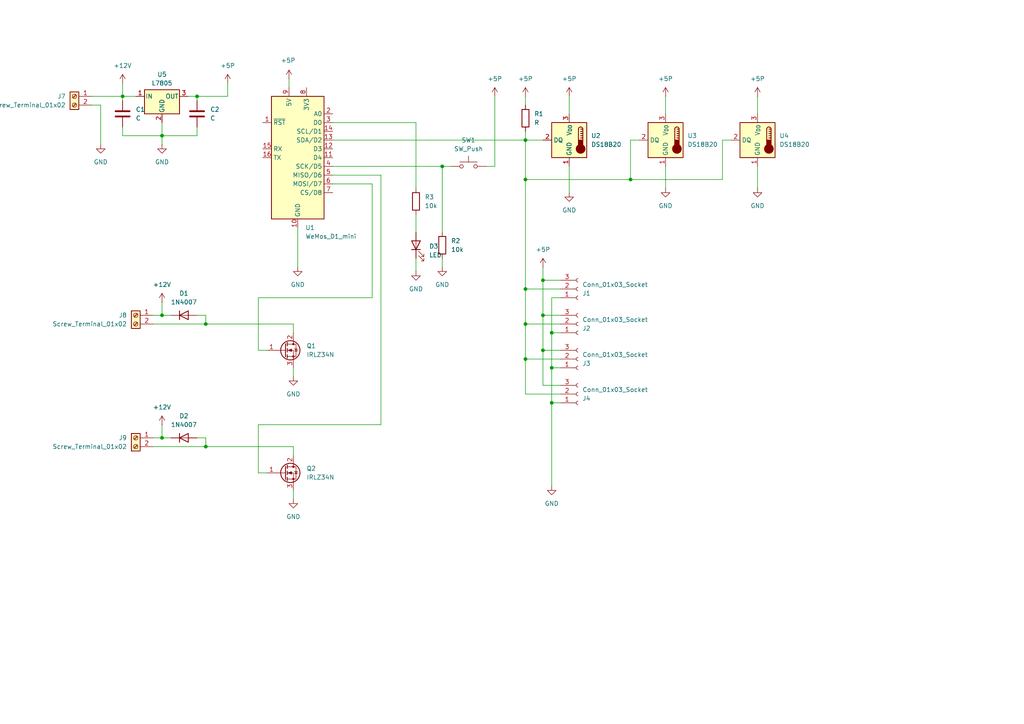
<source format=kicad_sch>
(kicad_sch (version 20231120) (generator "eeschema") (generator_version "8.0")
  (paper "A4")
  (lib_symbols
    (symbol "Connector:Conn_01x03_Socket" (pin_names (offset 1.016) hide)
      (property "Reference" "J" (at 0 5.08 0))
      (property "Value" "Conn_01x03_Socket" (at 0 -5.08 0))
      (symbol "Conn_01x03_Socket_1_1"
        (arc (start 0 -2.032) (mid -0.5058 -2.54) (end 0 -3.048) (stroke (width 0.1524)))
        (polyline (pts (xy -1.27 -2.54) (xy -0.508 -2.54)) (stroke (width 0.1524)))
        (polyline (pts (xy -1.27 0) (xy -0.508 0)) (stroke (width 0.1524)))
        (polyline (pts (xy -1.27 2.54) (xy -0.508 2.54)) (stroke (width 0.1524)))
        (arc (start 0 0.508) (mid -0.5058 0) (end 0 -0.508) (stroke (width 0.1524)))
        (arc (start 0 3.048) (mid -0.5058 2.54) (end 0 2.032) (stroke (width 0.1524)))
        (pin passive line (at -5.08 2.54 0) (length 3.81) (name "Pin_1") (number "1"))
        (pin passive line (at -5.08 0 0) (length 3.81) (name "Pin_2") (number "2"))
        (pin passive line (at -5.08 -2.54 0) (length 3.81) (name "Pin_3") (number "3"))
      )
    )
    (symbol "Connector:Screw_Terminal_01x02" (pin_names (offset 1.016) hide)
      (property "Reference" "J" (at 0 2.54 0))
      (property "Value" "Screw_Terminal_01x02" (at 0 -5.08 0))
      (symbol "Screw_Terminal_01x02_1_1"
        (rectangle (start -1.27 1.27) (end 1.27 -3.81) (stroke (width 0.254)) (fill (type background)))
        (circle (center 0 -2.54) (radius 0.635) (stroke (width 0.1524)))
        (polyline (pts (xy -0.5334 -2.2098) (xy 0.3302 -3.048)) (stroke (width 0.1524)))
        (polyline (pts (xy -0.5334 0.3302) (xy 0.3302 -0.508)) (stroke (width 0.1524)))
        (polyline (pts (xy -0.3556 -2.032) (xy 0.508 -2.8702)) (stroke (width 0.1524)))
        (polyline (pts (xy -0.3556 0.508) (xy 0.508 -0.3302)) (stroke (width 0.1524)))
        (circle (center 0 0) (radius 0.635) (stroke (width 0.1524)))
        (pin passive line (at -5.08 0 0) (length 3.81) (name "Pin_1") (number "1"))
        (pin passive line (at -5.08 -2.54 0) (length 3.81) (name "Pin_2") (number "2"))
      )
    )
    (symbol "Device:C" (pin_numbers hide) (pin_names (offset 0.254))
      (property "Reference" "C" (at 0.635 2.54 0))
      (property "Value" "C" (at 0.635 -2.54 0))
      (symbol "C_0_1"
        (polyline (pts (xy -2.032 -0.762) (xy 2.032 -0.762)) (stroke (width 0.508)))
        (polyline (pts (xy -2.032 0.762) (xy 2.032 0.762)) (stroke (width 0.508)))
      )
      (symbol "C_1_1"
        (pin passive line (at 0 3.81 270) (length 2.794) (name "~") (number "1"))
        (pin passive line (at 0 -3.81 90) (length 2.794) (name "~") (number "2"))
      )
    )
    (symbol "Device:LED" (pin_numbers hide) (pin_names (offset 1.016) hide)
      (property "Reference" "D" (at 0 2.54 0))
      (property "Value" "LED" (at 0 -2.54 0))
      (symbol "LED_0_1"
        (polyline (pts (xy -1.27 -1.27) (xy -1.27 1.27)) (stroke (width 0.254)))
        (polyline (pts (xy -1.27 0) (xy 1.27 0)))
        (polyline (pts (xy 1.27 -1.27) (xy 1.27 1.27) (xy -1.27 0) (xy 1.27 -1.27)) (stroke (width 0.254)))
        (polyline (pts (xy -3.048 -0.762) (xy -4.572 -2.286) (xy -3.81 -2.286) (xy -4.572 -2.286) (xy -4.572 -1.524)))
        (polyline (pts (xy -1.778 -0.762) (xy -3.302 -2.286) (xy -2.54 -2.286) (xy -3.302 -2.286) (xy -3.302 -1.524)))
      )
      (symbol "LED_1_1"
        (pin passive line (at -3.81 0 0) (length 2.54) (name "K") (number "1"))
        (pin passive line (at 3.81 0 180) (length 2.54) (name "A") (number "2"))
      )
    )
    (symbol "Device:R" (pin_numbers hide) (pin_names (offset 0))
      (property "Reference" "R" (at 2.032 0 90))
      (property "Value" "R" (at 0 0 90))
      (symbol "R_0_1"
        (rectangle (start -1.016 -2.54) (end 1.016 2.54) (stroke (width 0.254)))
      )
      (symbol "R_1_1"
        (pin passive line (at 0 3.81 270) (length 1.27) (name "~") (number "1"))
        (pin passive line (at 0 -3.81 90) (length 1.27) (name "~") (number "2"))
      )
    )
    (symbol "Diode:1N4007" (pin_numbers hide) (pin_names hide)
      (property "Reference" "D" (at 0 2.54 0))
      (property "Value" "1N4007" (at 0 -2.54 0))
      (symbol "1N4007_0_1"
        (polyline (pts (xy -1.27 1.27) (xy -1.27 -1.27)) (stroke (width 0.254)))
        (polyline (pts (xy 1.27 0) (xy -1.27 0)))
        (polyline (pts (xy 1.27 1.27) (xy 1.27 -1.27) (xy -1.27 0) (xy 1.27 1.27)) (stroke (width 0.254)))
      )
      (symbol "1N4007_1_1"
        (pin passive line (at -3.81 0 0) (length 2.54) (name "K") (number "1"))
        (pin passive line (at 3.81 0 180) (length 2.54) (name "A") (number "2"))
      )
    )
    (symbol "MCU_Module:WeMos_D1_mini"
      (property "Reference" "U" (at 3.81 19.05 0))
      (property "Value" "WeMos_D1_mini" (at 1.27 -19.05 0))
      (symbol "WeMos_D1_mini_1_1"
        (rectangle (start -7.62 17.78) (end 7.62 -17.78) (stroke (width 0.254)) (fill (type background)))
        (pin input line (at -10.16 10.16 0) (length 2.54) (name "~{RST}") (number "1"))
        (pin power_in line (at 0 -20.32 90) (length 2.54) (name "GND") (number "10"))
        (pin bidirectional line (at 10.16 0 180) (length 2.54) (name "D4") (number "11"))
        (pin bidirectional line (at 10.16 2.54 180) (length 2.54) (name "D3") (number "12"))
        (pin bidirectional line (at 10.16 5.08 180) (length 2.54) (name "SDA/D2") (number "13"))
        (pin bidirectional line (at 10.16 7.62 180) (length 2.54) (name "SCL/D1") (number "14"))
        (pin input line (at -10.16 2.54 0) (length 2.54) (name "RX") (number "15"))
        (pin output line (at -10.16 0 0) (length 2.54) (name "TX") (number "16"))
        (pin input line (at 10.16 12.7 180) (length 2.54) (name "A0") (number "2"))
        (pin bidirectional line (at 10.16 10.16 180) (length 2.54) (name "D0") (number "3"))
        (pin bidirectional line (at 10.16 -2.54 180) (length 2.54) (name "SCK/D5") (number "4"))
        (pin bidirectional line (at 10.16 -5.08 180) (length 2.54) (name "MISO/D6") (number "5"))
        (pin bidirectional line (at 10.16 -7.62 180) (length 2.54) (name "MOSI/D7") (number "6"))
        (pin bidirectional line (at 10.16 -10.16 180) (length 2.54) (name "CS/D8") (number "7"))
        (pin power_out line (at 2.54 20.32 270) (length 2.54) (name "3V3") (number "8"))
        (pin power_in line (at -2.54 20.32 270) (length 2.54) (name "5V") (number "9"))
      )
    )
    (symbol "Regulator_Linear:L7805" (pin_names (offset 0.254))
      (property "Reference" "U" (at -3.81 3.175 0))
      (property "Value" "L7805" (at 0 3.175 0))
      (symbol "L7805_0_1"
        (rectangle (start -5.08 1.905) (end 5.08 -5.08) (stroke (width 0.254)) (fill (type background)))
      )
      (symbol "L7805_1_1"
        (pin power_in line (at -7.62 0 0) (length 2.54) (name "IN") (number "1"))
        (pin power_in line (at 0 -7.62 90) (length 2.54) (name "GND") (number "2"))
        (pin power_out line (at 7.62 0 180) (length 2.54) (name "OUT") (number "3"))
      )
    )
    (symbol "Sensor_Temperature:DS18B20"
      (property "Reference" "U" (at -3.81 6.35 0))
      (property "Value" "DS18B20" (at 6.35 6.35 0))
      (symbol "DS18B20_0_1"
        (rectangle (start -5.08 5.08) (end 5.08 -5.08) (stroke (width 0.254)) (fill (type background)))
        (circle (center -3.302 -2.54) (radius 1.27) (stroke (width 0.254)) (fill (type outline)))
        (rectangle (start -2.667 -1.905) (end -3.937 0) (stroke (width 0.254)) (fill (type outline)))
        (arc (start -2.667 3.175) (mid -3.302 3.8073) (end -3.937 3.175) (stroke (width 0.254)))
        (polyline (pts (xy -3.937 0.635) (xy -3.302 0.635)) (stroke (width 0.254)))
        (polyline (pts (xy -3.937 1.27) (xy -3.302 1.27)) (stroke (width 0.254)))
        (polyline (pts (xy -3.937 1.905) (xy -3.302 1.905)) (stroke (width 0.254)))
        (polyline (pts (xy -3.937 2.54) (xy -3.302 2.54)) (stroke (width 0.254)))
        (polyline (pts (xy -3.937 3.175) (xy -3.937 0)) (stroke (width 0.254)))
        (polyline (pts (xy -3.937 3.175) (xy -3.302 3.175)) (stroke (width 0.254)))
        (polyline (pts (xy -2.667 3.175) (xy -2.667 0)) (stroke (width 0.254)))
      )
      (symbol "DS18B20_1_1"
        (pin power_in line (at 0 -7.62 90) (length 2.54) (name "GND") (number "1"))
        (pin bidirectional line (at 7.62 0 180) (length 2.54) (name "DQ") (number "2"))
        (pin power_in line (at 0 7.62 270) (length 2.54) (name "V_{DD}") (number "3"))
      )
    )
    (symbol "Switch:SW_Push" (pin_numbers hide) (pin_names (offset 1.016) hide)
      (property "Reference" "SW" (at 1.27 2.54 0))
      (property "Value" "SW_Push" (at 0 -1.524 0))
      (symbol "SW_Push_0_1"
        (circle (center -2.032 0) (radius 0.508))
        (polyline (pts (xy 0 1.27) (xy 0 3.048)))
        (polyline (pts (xy 2.54 1.27) (xy -2.54 1.27)))
        (circle (center 2.032 0) (radius 0.508))
        (pin passive line (at -5.08 0 0) (length 2.54) (name "1") (number "1"))
        (pin passive line (at 5.08 0 180) (length 2.54) (name "2") (number "2"))
      )
    )
    (symbol "Transistor_FET:IRLZ34N" (pin_names hide)
      (property "Reference" "Q" (at 5.08 1.905 0))
      (property "Value" "IRLZ34N" (at 5.08 0 0))
      (symbol "IRLZ34N_0_1"
        (polyline (pts (xy 0.254 0) (xy -2.54 0)))
        (polyline (pts (xy 0.254 1.905) (xy 0.254 -1.905)) (stroke (width 0.254)))
        (polyline (pts (xy 0.762 -1.27) (xy 0.762 -2.286)) (stroke (width 0.254)))
        (polyline (pts (xy 0.762 0.508) (xy 0.762 -0.508)) (stroke (width 0.254)))
        (polyline (pts (xy 0.762 2.286) (xy 0.762 1.27)) (stroke (width 0.254)))
        (polyline (pts (xy 2.54 2.54) (xy 2.54 1.778)))
        (polyline (pts (xy 2.54 -2.54) (xy 2.54 0) (xy 0.762 0)))
        (polyline (pts (xy 0.762 -1.778) (xy 3.302 -1.778) (xy 3.302 1.778) (xy 0.762 1.778)))
        (polyline (pts (xy 1.016 0) (xy 2.032 0.381) (xy 2.032 -0.381) (xy 1.016 0)) (fill (type outline)))
        (polyline (pts (xy 2.794 0.508) (xy 2.921 0.381) (xy 3.683 0.381) (xy 3.81 0.254)))
        (polyline (pts (xy 3.302 0.381) (xy 2.921 -0.254) (xy 3.683 -0.254) (xy 3.302 0.381)))
        (circle (center 1.651 0) (radius 2.794) (stroke (width 0.254)))
        (circle (center 2.54 -1.778) (radius 0.254) (fill (type outline)))
        (circle (center 2.54 1.778) (radius 0.254) (fill (type outline)))
      )
      (symbol "IRLZ34N_1_1"
        (pin input line (at -5.08 0 0) (length 2.54) (name "G") (number "1"))
        (pin passive line (at 2.54 5.08 270) (length 2.54) (name "D") (number "2"))
        (pin passive line (at 2.54 -5.08 90) (length 2.54) (name "S") (number "3"))
      )
    )
    (symbol "power:+12V" (power) (pin_numbers hide) (pin_names (offset 0) hide)
      (property "Value" "+12V" (at 0 3.556 0))
      (symbol "+12V_0_1"
        (polyline (pts (xy -0.762 1.27) (xy 0 2.54)))
        (polyline (pts (xy 0 0) (xy 0 2.54)))
        (polyline (pts (xy 0 2.54) (xy 0.762 1.27)))
      )
      (symbol "+12V_1_1"
        (pin power_in line (at 0 0 90) (length 0) (name "~") (number "1"))
      )
    )
    (symbol "power:+5P" (power) (pin_numbers hide) (pin_names (offset 0) hide)
      (property "Value" "+5P" (at 0 3.556 0))
      (symbol "+5P_0_1"
        (polyline (pts (xy -0.762 1.27) (xy 0 2.54)))
        (polyline (pts (xy 0 0) (xy 0 2.54)))
        (polyline (pts (xy 0 2.54) (xy 0.762 1.27)))
      )
      (symbol "+5P_1_1"
        (pin power_in line (at 0 0 90) (length 0) (name "~") (number "1"))
      )
    )
    (symbol "power:GND" (power) (pin_numbers hide) (pin_names (offset 0) hide)
      (property "Value" "GND" (at 0 -3.81 0))
      (symbol "GND_0_1"
        (polyline (pts (xy 0 0) (xy 0 -1.27) (xy 1.27 -1.27) (xy 0 -2.54) (xy -1.27 -1.27) (xy 0 -1.27)))
      )
      (symbol "GND_1_1"
        (pin power_in line (at 0 0 270) (length 0) (name "~") (number "1"))
      )
    )
  )
  (junction (at 157.48 101.6))
  (junction (at 152.4 104.14))
  (junction (at 152.4 83.82))
  (junction (at 160.02 96.52))
  (junction (at 152.4 93.98))
  (junction (at 46.99 39.37))
  (junction (at 46.99 127))
  (junction (at 59.69 93.98))
  (junction (at 160.02 116.84))
  (junction (at 128.27 48.26))
  (junction (at 182.88 52.07))
  (junction (at 57.15 27.94))
  (junction (at 59.69 129.54))
  (junction (at 160.02 106.68))
  (junction (at 152.4 52.07))
  (junction (at 157.48 81.28))
  (junction (at 35.56 27.94))
  (junction (at 46.99 91.44))
  (junction (at 157.48 91.44))
  (junction (at 152.4 40.64))
  (wire (pts (xy 59.69 93.98) (xy 85.09 93.98)))
  (wire (pts (xy 57.15 127) (xy 59.69 127)))
  (wire (pts (xy 157.48 81.28) (xy 157.48 91.44)))
  (wire (pts (xy 182.88 40.64) (xy 182.88 52.07)))
  (wire (pts (xy 107.95 86.36) (xy 74.93 86.36)))
  (wire (pts (xy 128.27 48.26) (xy 130.81 48.26)))
  (wire (pts (xy 160.02 96.52) (xy 160.02 106.68)))
  (wire (pts (xy 209.55 52.07) (xy 209.55 40.64)))
  (wire (pts (xy 29.21 30.48) (xy 29.21 41.91)))
  (wire (pts (xy 209.55 40.64) (xy 212.09 40.64)))
  (wire (pts (xy 165.1 48.26) (xy 165.1 55.88)))
  (wire (pts (xy 165.1 27.94) (xy 165.1 33.02)))
  (wire (pts (xy 185.42 40.64) (xy 182.88 40.64)))
  (wire (pts (xy 157.48 81.28) (xy 162.56 81.28)))
  (wire (pts (xy 120.65 54.61) (xy 120.65 35.56)))
  (wire (pts (xy 46.99 91.44) (xy 44.45 91.44)))
  (wire (pts (xy 46.99 127) (xy 49.53 127)))
  (wire (pts (xy 152.4 40.64) (xy 152.4 52.07)))
  (wire (pts (xy 35.56 27.94) (xy 35.56 29.21)))
  (wire (pts (xy 57.15 27.94) (xy 66.04 27.94)))
  (wire (pts (xy 157.48 91.44) (xy 162.56 91.44)))
  (wire (pts (xy 54.61 27.94) (xy 57.15 27.94)))
  (wire (pts (xy 46.99 123.19) (xy 46.99 127)))
  (wire (pts (xy 152.4 93.98) (xy 162.56 93.98)))
  (wire (pts (xy 85.09 106.68) (xy 85.09 109.22)))
  (wire (pts (xy 96.52 40.64) (xy 152.4 40.64)))
  (wire (pts (xy 110.49 123.19) (xy 74.93 123.19)))
  (wire (pts (xy 157.48 111.76) (xy 162.56 111.76)))
  (wire (pts (xy 120.65 62.23) (xy 120.65 67.31)))
  (wire (pts (xy 182.88 52.07) (xy 209.55 52.07)))
  (wire (pts (xy 160.02 116.84) (xy 162.56 116.84)))
  (wire (pts (xy 152.4 52.07) (xy 182.88 52.07)))
  (wire (pts (xy 85.09 129.54) (xy 85.09 132.08)))
  (wire (pts (xy 143.51 27.94) (xy 143.51 48.26)))
  (wire (pts (xy 107.95 53.34) (xy 107.95 86.36)))
  (wire (pts (xy 140.97 48.26) (xy 143.51 48.26)))
  (wire (pts (xy 162.56 96.52) (xy 160.02 96.52)))
  (wire (pts (xy 46.99 87.63) (xy 46.99 91.44)))
  (wire (pts (xy 193.04 27.94) (xy 193.04 33.02)))
  (wire (pts (xy 128.27 74.93) (xy 128.27 77.47)))
  (wire (pts (xy 157.48 77.47) (xy 157.48 81.28)))
  (wire (pts (xy 120.65 74.93) (xy 120.65 78.74)))
  (wire (pts (xy 44.45 93.98) (xy 59.69 93.98)))
  (wire (pts (xy 152.4 104.14) (xy 162.56 104.14)))
  (wire (pts (xy 160.02 106.68) (xy 162.56 106.68)))
  (wire (pts (xy 85.09 142.24) (xy 85.09 144.78)))
  (wire (pts (xy 59.69 91.44) (xy 59.69 93.98)))
  (wire (pts (xy 160.02 116.84) (xy 160.02 140.97)))
  (wire (pts (xy 152.4 83.82) (xy 162.56 83.82)))
  (wire (pts (xy 152.4 104.14) (xy 152.4 114.3)))
  (wire (pts (xy 160.02 106.68) (xy 160.02 116.84)))
  (wire (pts (xy 128.27 48.26) (xy 128.27 67.31)))
  (wire (pts (xy 59.69 129.54) (xy 85.09 129.54)))
  (wire (pts (xy 152.4 40.64) (xy 157.48 40.64)))
  (wire (pts (xy 96.52 50.8) (xy 110.49 50.8)))
  (wire (pts (xy 57.15 91.44) (xy 59.69 91.44)))
  (wire (pts (xy 44.45 129.54) (xy 59.69 129.54)))
  (wire (pts (xy 35.56 39.37) (xy 46.99 39.37)))
  (wire (pts (xy 96.52 53.34) (xy 107.95 53.34)))
  (wire (pts (xy 57.15 27.94) (xy 57.15 29.21)))
  (wire (pts (xy 74.93 137.16) (xy 77.47 137.16)))
  (wire (pts (xy 120.65 35.56) (xy 96.52 35.56)))
  (wire (pts (xy 85.09 93.98) (xy 85.09 96.52)))
  (wire (pts (xy 96.52 48.26) (xy 128.27 48.26)))
  (wire (pts (xy 152.4 27.94) (xy 152.4 30.48)))
  (wire (pts (xy 74.93 86.36) (xy 74.93 101.6)))
  (wire (pts (xy 219.71 27.94) (xy 219.71 33.02)))
  (wire (pts (xy 160.02 86.36) (xy 160.02 96.52)))
  (wire (pts (xy 157.48 91.44) (xy 157.48 101.6)))
  (wire (pts (xy 26.67 30.48) (xy 29.21 30.48)))
  (wire (pts (xy 35.56 27.94) (xy 39.37 27.94)))
  (wire (pts (xy 46.99 91.44) (xy 49.53 91.44)))
  (wire (pts (xy 157.48 101.6) (xy 157.48 111.76)))
  (wire (pts (xy 162.56 86.36) (xy 160.02 86.36)))
  (wire (pts (xy 35.56 36.83) (xy 35.56 39.37)))
  (wire (pts (xy 152.4 52.07) (xy 152.4 83.82)))
  (wire (pts (xy 46.99 35.56) (xy 46.99 39.37)))
  (wire (pts (xy 86.36 66.04) (xy 86.36 77.47)))
  (wire (pts (xy 57.15 36.83) (xy 57.15 39.37)))
  (wire (pts (xy 219.71 48.26) (xy 219.71 54.61)))
  (wire (pts (xy 152.4 114.3) (xy 162.56 114.3)))
  (wire (pts (xy 26.67 27.94) (xy 35.56 27.94)))
  (wire (pts (xy 152.4 93.98) (xy 152.4 104.14)))
  (wire (pts (xy 46.99 39.37) (xy 46.99 41.91)))
  (wire (pts (xy 74.93 123.19) (xy 74.93 137.16)))
  (wire (pts (xy 66.04 27.94) (xy 66.04 24.13)))
  (wire (pts (xy 152.4 38.1) (xy 152.4 40.64)))
  (wire (pts (xy 57.15 39.37) (xy 46.99 39.37)))
  (wire (pts (xy 110.49 50.8) (xy 110.49 123.19)))
  (wire (pts (xy 46.99 127) (xy 44.45 127)))
  (wire (pts (xy 157.48 101.6) (xy 162.56 101.6)))
  (wire (pts (xy 74.93 101.6) (xy 77.47 101.6)))
  (wire (pts (xy 83.82 22.86) (xy 83.82 25.4)))
  (wire (pts (xy 193.04 48.26) (xy 193.04 54.61)))
  (wire (pts (xy 152.4 83.82) (xy 152.4 93.98)))
  (wire (pts (xy 59.69 127) (xy 59.69 129.54)))
  (wire (pts (xy 35.56 24.13) (xy 35.56 27.94)))
  (symbol (lib_id "Device:LED") (at 120.65 71.12 90) (unit 1)
    (property "Reference" "D3" (at 124.46 71.4374 90) (effects (justify right)))
    (property "Value" "LED" (at 124.46 73.9774 90) (effects (justify right)))
    (property "Footprint" "LPouzdra:LED_D5.0mm" (effects (hide yes)))
    (property "Description" "Light emitting diode" (effects (hide yes)))
  )
  (symbol (lib_id "power:GND") (at 85.09 144.78 0) (unit 1)
    (property "Reference" "#PWR018" (effects (hide yes)))
    (property "Value" "GND" (at 85.09 149.86 0))
    (property "Description" "Power symbol creates a global label with name \"GND\" , ground" (effects (hide yes)))
  )
  (symbol (lib_id "Connector:Screw_Terminal_01x02") (at 21.59 27.94 0) (mirror y) (unit 1)
    (property "Reference" "J7" (at 19.05 27.9399 0) (effects (justify left)))
    (property "Value" "Screw_Terminal_01x02" (at 19.05 30.4799 0) (effects (justify left)))
    (property "Footprint" "LPouzdra:PinHeader_1x02_P2.54mm_Vertical" (effects (hide yes)))
    (property "Description" "Generic screw terminal, single row, 01x02, script generated (kicad-library-utils/schlib/autogen/connector/)" (effects (hide yes)))
  )
  (symbol (lib_id "power:GND") (at 86.36 77.47 0) (unit 1)
    (property "Reference" "#PWR01" (effects (hide yes)))
    (property "Value" "GND" (at 86.36 82.55 0))
    (property "Description" "Power symbol creates a global label with name \"GND\" , ground" (effects (hide yes)))
  )
  (symbol (lib_id "Regulator_Linear:L7805") (at 46.99 27.94 0) (unit 1)
    (property "Reference" "U5" (at 46.99 21.59 0))
    (property "Value" "L7805" (at 46.99 24.13 0))
    (property "Footprint" "LPouzdra:TO-220-3_Vertical" (effects (hide yes)))
    (property "Datasheet" "http://www.st.com/content/ccc/resource/technical/document/datasheet/41/4f/b3/b0/12/d4/47/88/CD00000444.pdf/files/CD00000444.pdf/jcr:content/translations/en.CD00000444.pdf" (effects (hide yes)))
    (property "Description" "Positive 1.5A 35V Linear Regulator, Fixed Output 5V, TO-220/TO-263/TO-252" (effects (hide yes)))
  )
  (symbol (lib_id "Sensor_Temperature:DS18B20") (at 219.71 40.64 0) (mirror y) (unit 1)
    (property "Reference" "U4" (at 226.06 39.3699 0) (effects (justify right)))
    (property "Value" "DS18B20" (at 226.06 41.9099 0) (effects (justify right)))
    (property "Footprint" "LPouzdra:TO-92_Inline" (effects (hide yes)))
    (property "Datasheet" "http://datasheets.maximintegrated.com/en/ds/DS18B20.pdf" (effects (hide yes)))
    (property "Description" "Programmable Resolution 1-Wire Digital Thermometer TO-92" (effects (hide yes)))
  )
  (symbol (lib_id "power:+12V") (at 46.99 87.63 0) (unit 1)
    (property "Reference" "#PWR020" (effects (hide yes)))
    (property "Value" "+12V" (at 46.99 82.55 0))
    (property "Description" "Power symbol creates a global label with name \"+12V\"" (effects (hide yes)))
  )
  (symbol (lib_id "Sensor_Temperature:DS18B20") (at 193.04 40.64 0) (mirror y) (unit 1)
    (property "Reference" "U3" (at 199.39 39.3699 0) (effects (justify right)))
    (property "Value" "DS18B20" (at 199.39 41.9099 0) (effects (justify right)))
    (property "Footprint" "LPouzdra:TO-92_Inline" (effects (hide yes)))
    (property "Datasheet" "http://datasheets.maximintegrated.com/en/ds/DS18B20.pdf" (effects (hide yes)))
    (property "Description" "Programmable Resolution 1-Wire Digital Thermometer TO-92" (effects (hide yes)))
  )
  (symbol (lib_id "power:GND") (at 165.1 55.88 0) (unit 1)
    (property "Reference" "#PWR02" (effects (hide yes)))
    (property "Value" "GND" (at 165.1 60.96 0))
    (property "Description" "Power symbol creates a global label with name \"GND\" , ground" (effects (hide yes)))
  )
  (symbol (lib_id "power:GND") (at 128.27 77.47 0) (unit 1)
    (property "Reference" "#PWR014" (effects (hide yes)))
    (property "Value" "GND" (at 128.27 82.55 0))
    (property "Description" "Power symbol creates a global label with name \"GND\" , ground" (effects (hide yes)))
  )
  (symbol (lib_id "Switch:SW_Push") (at 135.89 48.26 0) (unit 1)
    (property "Reference" "SW1" (at 135.89 40.64 0))
    (property "Value" "SW_Push" (at 135.89 43.18 0))
    (property "Footprint" "LPouzdra:SW_PUSH_6mm" (effects (hide yes)))
    (property "Description" "Push button switch, generic, two pins" (effects (hide yes)))
  )
  (symbol (lib_id "power:+12V") (at 35.56 24.13 0) (unit 1)
    (property "Reference" "#PWR019" (effects (hide yes)))
    (property "Value" "+12V" (at 35.56 19.05 0))
    (property "Description" "Power symbol creates a global label with name \"+12V\"" (effects (hide yes)))
  )
  (symbol (lib_id "power:+5P") (at 143.51 27.94 0) (unit 1)
    (property "Reference" "#PWR015" (effects (hide yes)))
    (property "Value" "+5P" (at 143.51 22.86 0))
    (property "Description" "Power symbol creates a global label with name \"+5P\"" (effects (hide yes)))
  )
  (symbol (lib_id "power:GND") (at 160.02 140.97 0) (unit 1)
    (property "Reference" "#PWR012" (effects (hide yes)))
    (property "Value" "GND" (at 160.02 146.05 0))
    (property "Description" "Power symbol creates a global label with name \"GND\" , ground" (effects (hide yes)))
  )
  (symbol (lib_id "Device:R") (at 128.27 71.12 0) (unit 1)
    (property "Reference" "R2" (at 130.81 69.8499 0) (effects (justify left)))
    (property "Value" "10k" (at 130.81 72.3899 0) (effects (justify left)))
    (property "Footprint" "LPouzdra:R_Axial_DIN0207_L6.3mm_D2.5mm_P10.16mm_Horizontal" (effects (hide yes)))
    (property "Description" "Resistor" (effects (hide yes)))
  )
  (symbol (lib_id "Connector:Screw_Terminal_01x02") (at 39.37 91.44 0) (mirror y) (unit 1)
    (property "Reference" "J8" (at 36.83 91.4399 0) (effects (justify left)))
    (property "Value" "Screw_Terminal_01x02" (at 36.83 93.9799 0) (effects (justify left)))
    (property "Footprint" "LPouzdra:PinHeader_1x02_P2.54mm_Vertical" (effects (hide yes)))
    (property "Description" "Generic screw terminal, single row, 01x02, script generated (kicad-library-utils/schlib/autogen/connector/)" (effects (hide yes)))
  )
  (symbol (lib_id "Connector:Conn_01x03_Socket") (at 167.64 104.14 0) (mirror x) (unit 1)
    (property "Reference" "J3" (at 168.91 105.4101 0) (effects (justify left)))
    (property "Value" "Conn_01x03_Socket" (at 168.91 102.8701 0) (effects (justify left)))
    (property "Footprint" "LPouzdra:PinSocket_1x03_P2.54mm_Vertical" (effects (hide yes)))
    (property "Description" "Generic connector, single row, 01x03, script generated" (effects (hide yes)))
  )
  (symbol (lib_id "power:+12V") (at 46.99 123.19 0) (unit 1)
    (property "Reference" "#PWR021" (effects (hide yes)))
    (property "Value" "+12V" (at 46.99 118.11 0))
    (property "Description" "Power symbol creates a global label with name \"+12V\"" (effects (hide yes)))
  )
  (symbol (lib_id "power:+5P") (at 165.1 27.94 0) (unit 1)
    (property "Reference" "#PWR03" (effects (hide yes)))
    (property "Value" "+5P" (at 165.1 22.86 0))
    (property "Description" "Power symbol creates a global label with name \"+5P\"" (effects (hide yes)))
  )
  (symbol (lib_id "power:+5P") (at 66.04 24.13 0) (unit 1)
    (property "Reference" "#PWR09" (effects (hide yes)))
    (property "Value" "+5P" (at 66.04 19.05 0))
    (property "Description" "Power symbol creates a global label with name \"+5P\"" (effects (hide yes)))
  )
  (symbol (lib_id "power:+5P") (at 83.82 22.86 0) (unit 1)
    (property "Reference" "#PWR05" (effects (hide yes)))
    (property "Value" "+5P" (at 83.566 17.526 0))
    (property "Description" "Power symbol creates a global label with name \"+5P\"" (effects (hide yes)))
  )
  (symbol (lib_id "Connector:Conn_01x03_Socket") (at 167.64 93.98 0) (mirror x) (unit 1)
    (property "Reference" "J2" (at 168.91 95.2501 0) (effects (justify left)))
    (property "Value" "Conn_01x03_Socket" (at 168.91 92.7101 0) (effects (justify left)))
    (property "Footprint" "LPouzdra:PinSocket_1x03_P2.54mm_Vertical" (effects (hide yes)))
    (property "Description" "Generic connector, single row, 01x03, script generated" (effects (hide yes)))
  )
  (symbol (lib_id "Connector:Screw_Terminal_01x02") (at 39.37 127 0) (mirror y) (unit 1)
    (property "Reference" "J9" (at 36.83 126.9999 0) (effects (justify left)))
    (property "Value" "Screw_Terminal_01x02" (at 36.83 129.5399 0) (effects (justify left)))
    (property "Footprint" "LPouzdra:PinHeader_1x02_P2.54mm_Vertical" (effects (hide yes)))
    (property "Description" "Generic screw terminal, single row, 01x02, script generated (kicad-library-utils/schlib/autogen/connector/)" (effects (hide yes)))
  )
  (symbol (lib_id "power:+5P") (at 219.71 27.94 0) (unit 1)
    (property "Reference" "#PWR08" (effects (hide yes)))
    (property "Value" "+5P" (at 219.71 22.86 0))
    (property "Description" "Power symbol creates a global label with name \"+5P\"" (effects (hide yes)))
  )
  (symbol (lib_id "power:GND") (at 193.04 54.61 0) (unit 1)
    (property "Reference" "#PWR04" (effects (hide yes)))
    (property "Value" "GND" (at 193.04 59.69 0))
    (property "Description" "Power symbol creates a global label with name \"GND\" , ground" (effects (hide yes)))
  )
  (symbol (lib_id "Diode:1N4007") (at 53.34 127 0) (unit 1)
    (property "Reference" "D2" (at 53.34 120.65 0))
    (property "Value" "1N4007" (at 53.34 123.19 0))
    (property "Footprint" "Diode_THT:D_DO-41_SOD81_P10.16mm_Horizontal" (effects (hide yes)))
    (property "Datasheet" "http://www.vishay.com/docs/88503/1n4001.pdf" (effects (hide yes)))
    (property "Description" "1000V 1A General Purpose Rectifier Diode, DO-41" (effects (hide yes)))
    (property "Sim.Device" "D" (effects (hide yes)))
    (property "Sim.Pins" "1=K 2=A" (effects (hide yes)))
  )
  (symbol (lib_id "Device:R") (at 120.65 58.42 0) (unit 1)
    (property "Reference" "R3" (at 123.19 57.1499 0) (effects (justify left)))
    (property "Value" "10k" (at 123.19 59.6899 0) (effects (justify left)))
    (property "Footprint" "LPouzdra:R_Axial_DIN0207_L6.3mm_D2.5mm_P10.16mm_Horizontal" (effects (hide yes)))
    (property "Description" "Resistor" (effects (hide yes)))
  )
  (symbol (lib_id "power:GND") (at 85.09 109.22 0) (unit 1)
    (property "Reference" "#PWR017" (effects (hide yes)))
    (property "Value" "GND" (at 85.09 114.3 0))
    (property "Description" "Power symbol creates a global label with name \"GND\" , ground" (effects (hide yes)))
  )
  (symbol (lib_id "MCU_Module:WeMos_D1_mini") (at 86.36 45.72 0) (unit 1)
    (property "Reference" "U1" (at 88.5541 66.04 0) (effects (justify left)))
    (property "Value" "WeMos_D1_mini" (at 88.5541 68.58 0) (effects (justify left)))
    (property "Footprint" "LPouzdra:ESP8266_WEMOS_D1" (effects (hide yes)))
    (property "Datasheet" "https://wiki.wemos.cc/products:d1:d1_mini#documentation" (effects (hide yes)))
    (property "Description" "32-bit microcontroller module with WiFi" (effects (hide yes)))
  )
  (symbol (lib_id "power:+5P") (at 152.4 27.94 0) (unit 1)
    (property "Reference" "#PWR011" (effects (hide yes)))
    (property "Value" "+5P" (at 152.4 22.86 0))
    (property "Description" "Power symbol creates a global label with name \"+5P\"" (effects (hide yes)))
  )
  (symbol (lib_id "power:+5P") (at 193.04 27.94 0) (unit 1)
    (property "Reference" "#PWR07" (effects (hide yes)))
    (property "Value" "+5P" (at 193.04 22.86 0))
    (property "Description" "Power symbol creates a global label with name \"+5P\"" (effects (hide yes)))
  )
  (symbol (lib_id "power:GND") (at 46.99 41.91 0) (unit 1)
    (property "Reference" "#PWR010" (effects (hide yes)))
    (property "Value" "GND" (at 46.99 46.99 0))
    (property "Description" "Power symbol creates a global label with name \"GND\" , ground" (effects (hide yes)))
  )
  (symbol (lib_id "Connector:Conn_01x03_Socket") (at 167.64 83.82 0) (mirror x) (unit 1)
    (property "Reference" "J1" (at 168.91 85.0901 0) (effects (justify left)))
    (property "Value" "Conn_01x03_Socket" (at 168.91 82.5501 0) (effects (justify left)))
    (property "Footprint" "LPouzdra:PinSocket_1x03_P2.54mm_Vertical" (effects (hide yes)))
    (property "Description" "Generic connector, single row, 01x03, script generated" (effects (hide yes)))
  )
  (symbol (lib_id "Sensor_Temperature:DS18B20") (at 165.1 40.64 0) (mirror y) (unit 1)
    (property "Reference" "U2" (at 171.45 39.3699 0) (effects (justify right)))
    (property "Value" "DS18B20" (at 171.45 41.9099 0) (effects (justify right)))
    (property "Footprint" "LPouzdra:TO-92_Inline" (effects (hide yes)))
    (property "Datasheet" "http://datasheets.maximintegrated.com/en/ds/DS18B20.pdf" (effects (hide yes)))
    (property "Description" "Programmable Resolution 1-Wire Digital Thermometer TO-92" (effects (hide yes)))
  )
  (symbol (lib_id "Device:R") (at 152.4 34.29 0) (unit 1)
    (property "Reference" "R1" (at 154.94 33.0199 0) (effects (justify left)))
    (property "Value" "R" (at 154.94 35.5599 0) (effects (justify left)))
    (property "Footprint" "LPouzdra:R_Axial_DIN0207_L6.3mm_D2.5mm_P10.16mm_Horizontal" (effects (hide yes)))
    (property "Description" "Resistor" (effects (hide yes)))
  )
  (symbol (lib_id "Transistor_FET:IRLZ34N") (at 82.55 101.6 0) (unit 1)
    (property "Reference" "Q1" (at 88.9 100.3299 0) (effects (justify left)))
    (property "Value" "IRLZ34N" (at 88.9 102.8699 0) (effects (justify left)))
    (property "Footprint" "LPouzdra:TO-220-3_Vertical" (effects (hide yes)))
    (property "Datasheet" "http://www.infineon.com/dgdl/irlz34npbf.pdf?fileId=5546d462533600a40153567206892720" (effects (hide yes)))
    (property "Description" "30A Id, 55V Vds, 35mOhm Rds, N-Channel HEXFET Power MOSFET, TO-220AB" (effects (hide yes)))
  )
  (symbol (lib_id "Device:C") (at 57.15 33.02 0) (unit 1)
    (property "Reference" "C2" (at 60.96 31.7499 0) (effects (justify left)))
    (property "Value" "C" (at 60.96 34.2899 0) (effects (justify left)))
    (property "Footprint" "LPouzdra:C_Disc_D5.0mm_W2.5mm_P2.50mm" (effects (hide yes)))
    (property "Description" "Unpolarized capacitor" (effects (hide yes)))
  )
  (symbol (lib_id "Transistor_FET:IRLZ34N") (at 82.55 137.16 0) (unit 1)
    (property "Reference" "Q2" (at 88.9 135.8899 0) (effects (justify left)))
    (property "Value" "IRLZ34N" (at 88.9 138.4299 0) (effects (justify left)))
    (property "Footprint" "LPouzdra:TO-220-3_Vertical" (effects (hide yes)))
    (property "Datasheet" "http://www.infineon.com/dgdl/irlz34npbf.pdf?fileId=5546d462533600a40153567206892720" (effects (hide yes)))
    (property "Description" "30A Id, 55V Vds, 35mOhm Rds, N-Channel HEXFET Power MOSFET, TO-220AB" (effects (hide yes)))
  )
  (symbol (lib_id "Device:C") (at 35.56 33.02 0) (unit 1)
    (property "Reference" "C1" (at 39.37 31.7499 0) (effects (justify left)))
    (property "Value" "C" (at 39.37 34.2899 0) (effects (justify left)))
    (property "Footprint" "LPouzdra:C_Disc_D5.0mm_W2.5mm_P2.50mm" (effects (hide yes)))
    (property "Description" "Unpolarized capacitor" (effects (hide yes)))
  )
  (symbol (lib_id "power:GND") (at 219.71 54.61 0) (unit 1)
    (property "Reference" "#PWR06" (effects (hide yes)))
    (property "Value" "GND" (at 219.71 59.69 0))
    (property "Description" "Power symbol creates a global label with name \"GND\" , ground" (effects (hide yes)))
  )
  (symbol (lib_id "Diode:1N4007") (at 53.34 91.44 0) (unit 1)
    (property "Reference" "D1" (at 53.34 85.09 0))
    (property "Value" "1N4007" (at 53.34 87.63 0))
    (property "Footprint" "Diode_THT:D_DO-41_SOD81_P10.16mm_Horizontal" (effects (hide yes)))
    (property "Datasheet" "http://www.vishay.com/docs/88503/1n4001.pdf" (effects (hide yes)))
    (property "Description" "1000V 1A General Purpose Rectifier Diode, DO-41" (effects (hide yes)))
    (property "Sim.Device" "D" (effects (hide yes)))
    (property "Sim.Pins" "1=K 2=A" (effects (hide yes)))
  )
  (symbol (lib_id "power:GND") (at 120.65 78.74 0) (unit 1)
    (property "Reference" "#PWR022" (effects (hide yes)))
    (property "Value" "GND" (at 120.65 83.82 0))
    (property "Description" "Power symbol creates a global label with name \"GND\" , ground" (effects (hide yes)))
  )
  (symbol (lib_id "power:GND") (at 29.21 41.91 0) (unit 1)
    (property "Reference" "#PWR016" (effects (hide yes)))
    (property "Value" "GND" (at 29.21 46.99 0))
    (property "Description" "Power symbol creates a global label with name \"GND\" , ground" (effects (hide yes)))
  )
  (symbol (lib_id "power:+5P") (at 157.48 77.47 0) (unit 1)
    (property "Reference" "#PWR013" (effects (hide yes)))
    (property "Value" "+5P" (at 157.48 72.39 0))
    (property "Description" "Power symbol creates a global label with name \"+5P\"" (effects (hide yes)))
  )
  (symbol (lib_id "Connector:Conn_01x03_Socket") (at 167.64 114.3 0) (mirror x) (unit 1)
    (property "Reference" "J4" (at 168.91 115.5701 0) (effects (justify left)))
    (property "Value" "Conn_01x03_Socket" (at 168.91 113.0301 0) (effects (justify left)))
    (property "Footprint" "LPouzdra:PinSocket_1x03_P2.54mm_Vertical" (effects (hide yes)))
    (property "Description" "Generic connector, single row, 01x03, script generated" (effects (hide yes)))
  )
)
</source>
